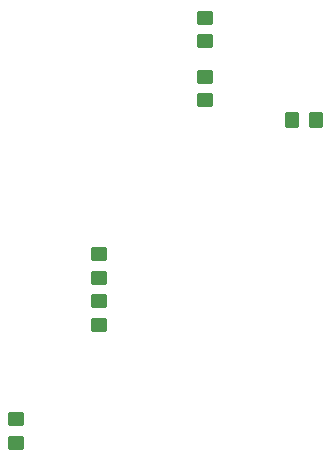
<source format=gbr>
%TF.GenerationSoftware,KiCad,Pcbnew,8.0.8*%
%TF.CreationDate,2025-02-07T05:57:41-05:00*%
%TF.ProjectId,mcu-board,6d63752d-626f-4617-9264-2e6b69636164,rev?*%
%TF.SameCoordinates,Original*%
%TF.FileFunction,Paste,Bot*%
%TF.FilePolarity,Positive*%
%FSLAX46Y46*%
G04 Gerber Fmt 4.6, Leading zero omitted, Abs format (unit mm)*
G04 Created by KiCad (PCBNEW 8.0.8) date 2025-02-07 05:57:41*
%MOMM*%
%LPD*%
G01*
G04 APERTURE LIST*
G04 Aperture macros list*
%AMRoundRect*
0 Rectangle with rounded corners*
0 $1 Rounding radius*
0 $2 $3 $4 $5 $6 $7 $8 $9 X,Y pos of 4 corners*
0 Add a 4 corners polygon primitive as box body*
4,1,4,$2,$3,$4,$5,$6,$7,$8,$9,$2,$3,0*
0 Add four circle primitives for the rounded corners*
1,1,$1+$1,$2,$3*
1,1,$1+$1,$4,$5*
1,1,$1+$1,$6,$7*
1,1,$1+$1,$8,$9*
0 Add four rect primitives between the rounded corners*
20,1,$1+$1,$2,$3,$4,$5,0*
20,1,$1+$1,$4,$5,$6,$7,0*
20,1,$1+$1,$6,$7,$8,$9,0*
20,1,$1+$1,$8,$9,$2,$3,0*%
G04 Aperture macros list end*
%ADD10RoundRect,0.250000X-0.450000X0.350000X-0.450000X-0.350000X0.450000X-0.350000X0.450000X0.350000X0*%
%ADD11RoundRect,0.250000X0.350000X0.450000X-0.350000X0.450000X-0.350000X-0.450000X0.350000X-0.450000X0*%
G04 APERTURE END LIST*
D10*
%TO.C,R1*%
X169000000Y-62000000D03*
X169000000Y-64000000D03*
%TD*%
%TO.C,R2*%
X169000000Y-57000000D03*
X169000000Y-59000000D03*
%TD*%
%TO.C,R3*%
X160000000Y-81000000D03*
X160000000Y-83000000D03*
%TD*%
%TO.C,R4*%
X160000000Y-77000000D03*
X160000000Y-79000000D03*
%TD*%
D11*
%TO.C,R5*%
X178375000Y-65625000D03*
X176375000Y-65625000D03*
%TD*%
D10*
%TO.C,R6*%
X153000000Y-91000000D03*
X153000000Y-93000000D03*
%TD*%
M02*

</source>
